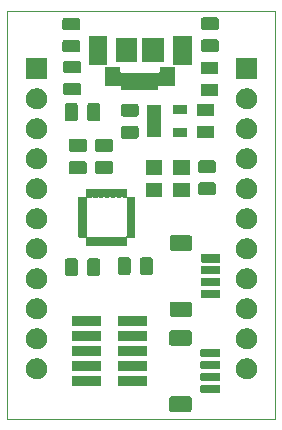
<source format=gbr>
G04 #@! TF.GenerationSoftware,KiCad,Pcbnew,(5.1.5)-3*
G04 #@! TF.CreationDate,2021-07-19T22:44:49-05:00*
G04 #@! TF.ProjectId,STM32QFN28Breakout,53544d33-3251-4464-9e32-38427265616b,rev?*
G04 #@! TF.SameCoordinates,Original*
G04 #@! TF.FileFunction,Soldermask,Top*
G04 #@! TF.FilePolarity,Negative*
%FSLAX46Y46*%
G04 Gerber Fmt 4.6, Leading zero omitted, Abs format (unit mm)*
G04 Created by KiCad (PCBNEW (5.1.5)-3) date 2021-07-19 22:44:49*
%MOMM*%
%LPD*%
G04 APERTURE LIST*
%ADD10C,0.050000*%
%ADD11C,0.010000*%
%ADD12C,0.100000*%
G04 APERTURE END LIST*
D10*
X200693020Y-76370180D02*
X200693020Y-110929420D01*
X223405700Y-76377800D02*
X200693020Y-76370180D01*
X223405700Y-110975140D02*
X223405700Y-76377800D01*
X200693020Y-110929420D02*
X223405700Y-110975140D01*
D11*
G36*
X216233650Y-80850120D02*
G01*
X214778980Y-80850120D01*
X214778980Y-78548870D01*
X216233650Y-78548870D01*
X216233650Y-80850120D01*
G37*
X216233650Y-80850120D02*
X214778980Y-80850120D01*
X214778980Y-78548870D01*
X216233650Y-78548870D01*
X216233650Y-80850120D01*
G36*
X209074130Y-80850120D02*
G01*
X207628980Y-80850120D01*
X207628980Y-78548160D01*
X209074130Y-78548160D01*
X209074130Y-80850120D01*
G37*
X209074130Y-80850120D02*
X207628980Y-80850120D01*
X207628980Y-78548160D01*
X209074130Y-78548160D01*
X209074130Y-80850120D01*
D12*
G36*
X210774407Y-91513406D02*
G01*
X210474433Y-91513406D01*
X210474433Y-92113354D01*
X210774407Y-92113354D01*
X210774407Y-91513406D01*
G37*
X210774407Y-91513406D02*
X210474433Y-91513406D01*
X210474433Y-92113354D01*
X210774407Y-92113354D01*
X210774407Y-91513406D01*
G36*
X210274027Y-91513406D02*
G01*
X209974053Y-91513406D01*
X209974053Y-92113354D01*
X210274027Y-92113354D01*
X210274027Y-91513406D01*
G37*
X210274027Y-91513406D02*
X209974053Y-91513406D01*
X209974053Y-92113354D01*
X210274027Y-92113354D01*
X210274027Y-91513406D01*
G36*
X209773647Y-91513406D02*
G01*
X209473673Y-91513406D01*
X209473673Y-92113354D01*
X209773647Y-92113354D01*
X209773647Y-91513406D01*
G37*
X209773647Y-91513406D02*
X209473673Y-91513406D01*
X209473673Y-92113354D01*
X209773647Y-92113354D01*
X209773647Y-91513406D01*
G36*
X209273267Y-91513406D02*
G01*
X208973293Y-91513406D01*
X208973293Y-92113354D01*
X209273267Y-92113354D01*
X209273267Y-91513406D01*
G37*
X209273267Y-91513406D02*
X208973293Y-91513406D01*
X208973293Y-92113354D01*
X209273267Y-92113354D01*
X209273267Y-91513406D01*
G36*
X208772887Y-91513406D02*
G01*
X208472913Y-91513406D01*
X208472913Y-92113354D01*
X208772887Y-92113354D01*
X208772887Y-91513406D01*
G37*
X208772887Y-91513406D02*
X208472913Y-91513406D01*
X208472913Y-92113354D01*
X208772887Y-92113354D01*
X208772887Y-91513406D01*
G36*
X208272507Y-91513406D02*
G01*
X207972533Y-91513406D01*
X207972533Y-92113354D01*
X208272507Y-92113354D01*
X208272507Y-91513406D01*
G37*
X208272507Y-91513406D02*
X207972533Y-91513406D01*
X207972533Y-92113354D01*
X208272507Y-92113354D01*
X208272507Y-91513406D01*
G36*
X207772127Y-91513406D02*
G01*
X207472153Y-91513406D01*
X207472153Y-92113354D01*
X207772127Y-92113354D01*
X207772127Y-91513406D01*
G37*
X207772127Y-91513406D02*
X207472153Y-91513406D01*
X207472153Y-92113354D01*
X207772127Y-92113354D01*
X207772127Y-91513406D01*
G36*
X207378554Y-92206953D02*
G01*
X206778606Y-92206953D01*
X206778606Y-92506927D01*
X207378554Y-92506927D01*
X207378554Y-92206953D01*
G37*
X207378554Y-92206953D02*
X206778606Y-92206953D01*
X206778606Y-92506927D01*
X207378554Y-92506927D01*
X207378554Y-92206953D01*
G36*
X207378554Y-92707333D02*
G01*
X206778606Y-92707333D01*
X206778606Y-93007307D01*
X207378554Y-93007307D01*
X207378554Y-92707333D01*
G37*
X207378554Y-92707333D02*
X206778606Y-92707333D01*
X206778606Y-93007307D01*
X207378554Y-93007307D01*
X207378554Y-92707333D01*
G36*
X207378554Y-93207713D02*
G01*
X206778606Y-93207713D01*
X206778606Y-93507687D01*
X207378554Y-93507687D01*
X207378554Y-93207713D01*
G37*
X207378554Y-93207713D02*
X206778606Y-93207713D01*
X206778606Y-93507687D01*
X207378554Y-93507687D01*
X207378554Y-93207713D01*
G36*
X207378554Y-93708093D02*
G01*
X206778606Y-93708093D01*
X206778606Y-94008067D01*
X207378554Y-94008067D01*
X207378554Y-93708093D01*
G37*
X207378554Y-93708093D02*
X206778606Y-93708093D01*
X206778606Y-94008067D01*
X207378554Y-94008067D01*
X207378554Y-93708093D01*
G36*
X207378554Y-94208473D02*
G01*
X206778606Y-94208473D01*
X206778606Y-94508447D01*
X207378554Y-94508447D01*
X207378554Y-94208473D01*
G37*
X207378554Y-94208473D02*
X206778606Y-94208473D01*
X206778606Y-94508447D01*
X207378554Y-94508447D01*
X207378554Y-94208473D01*
G36*
X207378554Y-94708853D02*
G01*
X206778606Y-94708853D01*
X206778606Y-95008827D01*
X207378554Y-95008827D01*
X207378554Y-94708853D01*
G37*
X207378554Y-94708853D02*
X206778606Y-94708853D01*
X206778606Y-95008827D01*
X207378554Y-95008827D01*
X207378554Y-94708853D01*
G36*
X207378554Y-95209233D02*
G01*
X206778606Y-95209233D01*
X206778606Y-95509207D01*
X207378554Y-95509207D01*
X207378554Y-95209233D01*
G37*
X207378554Y-95209233D02*
X206778606Y-95209233D01*
X206778606Y-95509207D01*
X207378554Y-95509207D01*
X207378554Y-95209233D01*
G36*
X207772127Y-95602806D02*
G01*
X207472153Y-95602806D01*
X207472153Y-96202754D01*
X207772127Y-96202754D01*
X207772127Y-95602806D01*
G37*
X207772127Y-95602806D02*
X207472153Y-95602806D01*
X207472153Y-96202754D01*
X207772127Y-96202754D01*
X207772127Y-95602806D01*
G36*
X208272507Y-95602806D02*
G01*
X207972533Y-95602806D01*
X207972533Y-96202754D01*
X208272507Y-96202754D01*
X208272507Y-95602806D01*
G37*
X208272507Y-95602806D02*
X207972533Y-95602806D01*
X207972533Y-96202754D01*
X208272507Y-96202754D01*
X208272507Y-95602806D01*
G36*
X208772887Y-95602806D02*
G01*
X208472913Y-95602806D01*
X208472913Y-96202754D01*
X208772887Y-96202754D01*
X208772887Y-95602806D01*
G37*
X208772887Y-95602806D02*
X208472913Y-95602806D01*
X208472913Y-96202754D01*
X208772887Y-96202754D01*
X208772887Y-95602806D01*
G36*
X209273267Y-95602806D02*
G01*
X208973293Y-95602806D01*
X208973293Y-96202754D01*
X209273267Y-96202754D01*
X209273267Y-95602806D01*
G37*
X209273267Y-95602806D02*
X208973293Y-95602806D01*
X208973293Y-96202754D01*
X209273267Y-96202754D01*
X209273267Y-95602806D01*
G36*
X209773647Y-95602806D02*
G01*
X209473673Y-95602806D01*
X209473673Y-96202754D01*
X209773647Y-96202754D01*
X209773647Y-95602806D01*
G37*
X209773647Y-95602806D02*
X209473673Y-95602806D01*
X209473673Y-96202754D01*
X209773647Y-96202754D01*
X209773647Y-95602806D01*
G36*
X210274027Y-95602806D02*
G01*
X209974053Y-95602806D01*
X209974053Y-96202754D01*
X210274027Y-96202754D01*
X210274027Y-95602806D01*
G37*
X210274027Y-95602806D02*
X209974053Y-95602806D01*
X209974053Y-96202754D01*
X210274027Y-96202754D01*
X210274027Y-95602806D01*
G36*
X210774407Y-95602806D02*
G01*
X210474433Y-95602806D01*
X210474433Y-96202754D01*
X210774407Y-96202754D01*
X210774407Y-95602806D01*
G37*
X210774407Y-95602806D02*
X210474433Y-95602806D01*
X210474433Y-96202754D01*
X210774407Y-96202754D01*
X210774407Y-95602806D01*
G36*
X211467954Y-95209233D02*
G01*
X210868006Y-95209233D01*
X210868006Y-95509207D01*
X211467954Y-95509207D01*
X211467954Y-95209233D01*
G37*
X211467954Y-95209233D02*
X210868006Y-95209233D01*
X210868006Y-95509207D01*
X211467954Y-95509207D01*
X211467954Y-95209233D01*
G36*
X211467954Y-94708853D02*
G01*
X210868006Y-94708853D01*
X210868006Y-95008827D01*
X211467954Y-95008827D01*
X211467954Y-94708853D01*
G37*
X211467954Y-94708853D02*
X210868006Y-94708853D01*
X210868006Y-95008827D01*
X211467954Y-95008827D01*
X211467954Y-94708853D01*
G36*
X211467954Y-94208473D02*
G01*
X210868006Y-94208473D01*
X210868006Y-94508447D01*
X211467954Y-94508447D01*
X211467954Y-94208473D01*
G37*
X211467954Y-94208473D02*
X210868006Y-94208473D01*
X210868006Y-94508447D01*
X211467954Y-94508447D01*
X211467954Y-94208473D01*
G36*
X211467954Y-93708093D02*
G01*
X210868006Y-93708093D01*
X210868006Y-94008067D01*
X211467954Y-94008067D01*
X211467954Y-93708093D01*
G37*
X211467954Y-93708093D02*
X210868006Y-93708093D01*
X210868006Y-94008067D01*
X211467954Y-94008067D01*
X211467954Y-93708093D01*
G36*
X211467954Y-93207713D02*
G01*
X210868006Y-93207713D01*
X210868006Y-93507687D01*
X211467954Y-93507687D01*
X211467954Y-93207713D01*
G37*
X211467954Y-93207713D02*
X210868006Y-93207713D01*
X210868006Y-93507687D01*
X211467954Y-93507687D01*
X211467954Y-93207713D01*
G36*
X211467954Y-92707333D02*
G01*
X210868006Y-92707333D01*
X210868006Y-93007307D01*
X211467954Y-93007307D01*
X211467954Y-92707333D01*
G37*
X211467954Y-92707333D02*
X210868006Y-92707333D01*
X210868006Y-93007307D01*
X211467954Y-93007307D01*
X211467954Y-92707333D01*
G36*
X211467954Y-92206953D02*
G01*
X210868006Y-92206953D01*
X210868006Y-92506927D01*
X211467954Y-92506927D01*
X211467954Y-92206953D01*
G37*
X211467954Y-92206953D02*
X210868006Y-92206953D01*
X210868006Y-92506927D01*
X211467954Y-92506927D01*
X211467954Y-92206953D01*
G36*
X216164341Y-109021364D02*
G01*
X216201438Y-109032617D01*
X216235619Y-109050887D01*
X216265583Y-109075477D01*
X216290173Y-109105441D01*
X216308443Y-109139622D01*
X216319696Y-109176719D01*
X216324100Y-109221433D01*
X216324100Y-110114487D01*
X216319696Y-110159201D01*
X216308443Y-110196298D01*
X216290173Y-110230479D01*
X216265583Y-110260443D01*
X216235619Y-110285033D01*
X216201438Y-110303303D01*
X216164341Y-110314556D01*
X216119627Y-110318960D01*
X214626573Y-110318960D01*
X214581859Y-110314556D01*
X214544762Y-110303303D01*
X214510581Y-110285033D01*
X214480617Y-110260443D01*
X214456027Y-110230479D01*
X214437757Y-110196298D01*
X214426504Y-110159201D01*
X214422100Y-110114487D01*
X214422100Y-109221433D01*
X214426504Y-109176719D01*
X214437757Y-109139622D01*
X214456027Y-109105441D01*
X214480617Y-109075477D01*
X214510581Y-109050887D01*
X214544762Y-109032617D01*
X214581859Y-109021364D01*
X214626573Y-109016960D01*
X216119627Y-109016960D01*
X216164341Y-109021364D01*
G37*
G36*
X218633028Y-108019724D02*
G01*
X218654109Y-108026120D01*
X218673545Y-108036508D01*
X218690576Y-108050484D01*
X218704552Y-108067515D01*
X218714940Y-108086951D01*
X218721336Y-108108032D01*
X218724100Y-108136100D01*
X218724100Y-108599820D01*
X218721336Y-108627888D01*
X218714940Y-108648969D01*
X218704552Y-108668405D01*
X218690576Y-108685436D01*
X218673545Y-108699412D01*
X218654109Y-108709800D01*
X218633028Y-108716196D01*
X218604960Y-108718960D01*
X217191240Y-108718960D01*
X217163172Y-108716196D01*
X217142091Y-108709800D01*
X217122655Y-108699412D01*
X217105624Y-108685436D01*
X217091648Y-108668405D01*
X217081260Y-108648969D01*
X217074864Y-108627888D01*
X217072100Y-108599820D01*
X217072100Y-108136100D01*
X217074864Y-108108032D01*
X217081260Y-108086951D01*
X217091648Y-108067515D01*
X217105624Y-108050484D01*
X217122655Y-108036508D01*
X217142091Y-108026120D01*
X217163172Y-108019724D01*
X217191240Y-108016960D01*
X218604960Y-108016960D01*
X218633028Y-108019724D01*
G37*
G36*
X208663040Y-108127160D02*
G01*
X206161040Y-108127160D01*
X206161040Y-107285160D01*
X208663040Y-107285160D01*
X208663040Y-108127160D01*
G37*
G36*
X212563040Y-108127160D02*
G01*
X210061040Y-108127160D01*
X210061040Y-107285160D01*
X212563040Y-107285160D01*
X212563040Y-108127160D01*
G37*
G36*
X218633028Y-107019724D02*
G01*
X218654109Y-107026120D01*
X218673545Y-107036508D01*
X218690576Y-107050484D01*
X218704552Y-107067515D01*
X218714940Y-107086951D01*
X218721336Y-107108032D01*
X218724100Y-107136100D01*
X218724100Y-107599820D01*
X218721336Y-107627888D01*
X218714940Y-107648969D01*
X218704552Y-107668405D01*
X218690576Y-107685436D01*
X218673545Y-107699412D01*
X218654109Y-107709800D01*
X218633028Y-107716196D01*
X218604960Y-107718960D01*
X217191240Y-107718960D01*
X217163172Y-107716196D01*
X217142091Y-107709800D01*
X217122655Y-107699412D01*
X217105624Y-107685436D01*
X217091648Y-107668405D01*
X217081260Y-107648969D01*
X217074864Y-107627888D01*
X217072100Y-107599820D01*
X217072100Y-107136100D01*
X217074864Y-107108032D01*
X217081260Y-107086951D01*
X217091648Y-107067515D01*
X217105624Y-107050484D01*
X217122655Y-107036508D01*
X217142091Y-107026120D01*
X217163172Y-107019724D01*
X217191240Y-107016960D01*
X218604960Y-107016960D01*
X218633028Y-107019724D01*
G37*
G36*
X221093512Y-105783927D02*
G01*
X221242812Y-105813624D01*
X221406784Y-105881544D01*
X221554354Y-105980147D01*
X221679853Y-106105646D01*
X221778456Y-106253216D01*
X221846376Y-106417188D01*
X221881000Y-106591259D01*
X221881000Y-106768741D01*
X221846376Y-106942812D01*
X221778456Y-107106784D01*
X221679853Y-107254354D01*
X221554354Y-107379853D01*
X221406784Y-107478456D01*
X221242812Y-107546376D01*
X221093512Y-107576073D01*
X221068742Y-107581000D01*
X220891258Y-107581000D01*
X220866488Y-107576073D01*
X220717188Y-107546376D01*
X220553216Y-107478456D01*
X220405646Y-107379853D01*
X220280147Y-107254354D01*
X220181544Y-107106784D01*
X220113624Y-106942812D01*
X220079000Y-106768741D01*
X220079000Y-106591259D01*
X220113624Y-106417188D01*
X220181544Y-106253216D01*
X220280147Y-106105646D01*
X220405646Y-105980147D01*
X220553216Y-105881544D01*
X220717188Y-105813624D01*
X220866488Y-105783927D01*
X220891258Y-105779000D01*
X221068742Y-105779000D01*
X221093512Y-105783927D01*
G37*
G36*
X203313512Y-105783927D02*
G01*
X203462812Y-105813624D01*
X203626784Y-105881544D01*
X203774354Y-105980147D01*
X203899853Y-106105646D01*
X203998456Y-106253216D01*
X204066376Y-106417188D01*
X204101000Y-106591259D01*
X204101000Y-106768741D01*
X204066376Y-106942812D01*
X203998456Y-107106784D01*
X203899853Y-107254354D01*
X203774354Y-107379853D01*
X203626784Y-107478456D01*
X203462812Y-107546376D01*
X203313512Y-107576073D01*
X203288742Y-107581000D01*
X203111258Y-107581000D01*
X203086488Y-107576073D01*
X202937188Y-107546376D01*
X202773216Y-107478456D01*
X202625646Y-107379853D01*
X202500147Y-107254354D01*
X202401544Y-107106784D01*
X202333624Y-106942812D01*
X202299000Y-106768741D01*
X202299000Y-106591259D01*
X202333624Y-106417188D01*
X202401544Y-106253216D01*
X202500147Y-106105646D01*
X202625646Y-105980147D01*
X202773216Y-105881544D01*
X202937188Y-105813624D01*
X203086488Y-105783927D01*
X203111258Y-105779000D01*
X203288742Y-105779000D01*
X203313512Y-105783927D01*
G37*
G36*
X208663040Y-106857160D02*
G01*
X206161040Y-106857160D01*
X206161040Y-106015160D01*
X208663040Y-106015160D01*
X208663040Y-106857160D01*
G37*
G36*
X212563040Y-106857160D02*
G01*
X210061040Y-106857160D01*
X210061040Y-106015160D01*
X212563040Y-106015160D01*
X212563040Y-106857160D01*
G37*
G36*
X218633028Y-106019724D02*
G01*
X218654109Y-106026120D01*
X218673545Y-106036508D01*
X218690576Y-106050484D01*
X218704552Y-106067515D01*
X218714940Y-106086951D01*
X218721336Y-106108032D01*
X218724100Y-106136100D01*
X218724100Y-106599820D01*
X218721336Y-106627888D01*
X218714940Y-106648969D01*
X218704552Y-106668405D01*
X218690576Y-106685436D01*
X218673545Y-106699412D01*
X218654109Y-106709800D01*
X218633028Y-106716196D01*
X218604960Y-106718960D01*
X217191240Y-106718960D01*
X217163172Y-106716196D01*
X217142091Y-106709800D01*
X217122655Y-106699412D01*
X217105624Y-106685436D01*
X217091648Y-106668405D01*
X217081260Y-106648969D01*
X217074864Y-106627888D01*
X217072100Y-106599820D01*
X217072100Y-106136100D01*
X217074864Y-106108032D01*
X217081260Y-106086951D01*
X217091648Y-106067515D01*
X217105624Y-106050484D01*
X217122655Y-106036508D01*
X217142091Y-106026120D01*
X217163172Y-106019724D01*
X217191240Y-106016960D01*
X218604960Y-106016960D01*
X218633028Y-106019724D01*
G37*
G36*
X218633028Y-105019724D02*
G01*
X218654109Y-105026120D01*
X218673545Y-105036508D01*
X218690576Y-105050484D01*
X218704552Y-105067515D01*
X218714940Y-105086951D01*
X218721336Y-105108032D01*
X218724100Y-105136100D01*
X218724100Y-105599820D01*
X218721336Y-105627888D01*
X218714940Y-105648969D01*
X218704552Y-105668405D01*
X218690576Y-105685436D01*
X218673545Y-105699412D01*
X218654109Y-105709800D01*
X218633028Y-105716196D01*
X218604960Y-105718960D01*
X217191240Y-105718960D01*
X217163172Y-105716196D01*
X217142091Y-105709800D01*
X217122655Y-105699412D01*
X217105624Y-105685436D01*
X217091648Y-105668405D01*
X217081260Y-105648969D01*
X217074864Y-105627888D01*
X217072100Y-105599820D01*
X217072100Y-105136100D01*
X217074864Y-105108032D01*
X217081260Y-105086951D01*
X217091648Y-105067515D01*
X217105624Y-105050484D01*
X217122655Y-105036508D01*
X217142091Y-105026120D01*
X217163172Y-105019724D01*
X217191240Y-105016960D01*
X218604960Y-105016960D01*
X218633028Y-105019724D01*
G37*
G36*
X212563040Y-105587160D02*
G01*
X210061040Y-105587160D01*
X210061040Y-104745160D01*
X212563040Y-104745160D01*
X212563040Y-105587160D01*
G37*
G36*
X208663040Y-105587160D02*
G01*
X206161040Y-105587160D01*
X206161040Y-104745160D01*
X208663040Y-104745160D01*
X208663040Y-105587160D01*
G37*
G36*
X221093512Y-103243927D02*
G01*
X221242812Y-103273624D01*
X221406784Y-103341544D01*
X221554354Y-103440147D01*
X221679853Y-103565646D01*
X221778456Y-103713216D01*
X221846376Y-103877188D01*
X221881000Y-104051259D01*
X221881000Y-104228741D01*
X221846376Y-104402812D01*
X221778456Y-104566784D01*
X221679853Y-104714354D01*
X221554354Y-104839853D01*
X221406784Y-104938456D01*
X221242812Y-105006376D01*
X221093512Y-105036073D01*
X221068742Y-105041000D01*
X220891258Y-105041000D01*
X220866488Y-105036073D01*
X220717188Y-105006376D01*
X220553216Y-104938456D01*
X220405646Y-104839853D01*
X220280147Y-104714354D01*
X220181544Y-104566784D01*
X220113624Y-104402812D01*
X220079000Y-104228741D01*
X220079000Y-104051259D01*
X220113624Y-103877188D01*
X220181544Y-103713216D01*
X220280147Y-103565646D01*
X220405646Y-103440147D01*
X220553216Y-103341544D01*
X220717188Y-103273624D01*
X220866488Y-103243927D01*
X220891258Y-103239000D01*
X221068742Y-103239000D01*
X221093512Y-103243927D01*
G37*
G36*
X203313512Y-103243927D02*
G01*
X203462812Y-103273624D01*
X203626784Y-103341544D01*
X203774354Y-103440147D01*
X203899853Y-103565646D01*
X203998456Y-103713216D01*
X204066376Y-103877188D01*
X204101000Y-104051259D01*
X204101000Y-104228741D01*
X204066376Y-104402812D01*
X203998456Y-104566784D01*
X203899853Y-104714354D01*
X203774354Y-104839853D01*
X203626784Y-104938456D01*
X203462812Y-105006376D01*
X203313512Y-105036073D01*
X203288742Y-105041000D01*
X203111258Y-105041000D01*
X203086488Y-105036073D01*
X202937188Y-105006376D01*
X202773216Y-104938456D01*
X202625646Y-104839853D01*
X202500147Y-104714354D01*
X202401544Y-104566784D01*
X202333624Y-104402812D01*
X202299000Y-104228741D01*
X202299000Y-104051259D01*
X202333624Y-103877188D01*
X202401544Y-103713216D01*
X202500147Y-103565646D01*
X202625646Y-103440147D01*
X202773216Y-103341544D01*
X202937188Y-103273624D01*
X203086488Y-103243927D01*
X203111258Y-103239000D01*
X203288742Y-103239000D01*
X203313512Y-103243927D01*
G37*
G36*
X216164341Y-103421364D02*
G01*
X216201438Y-103432617D01*
X216235619Y-103450887D01*
X216265583Y-103475477D01*
X216290173Y-103505441D01*
X216308443Y-103539622D01*
X216319696Y-103576719D01*
X216324100Y-103621433D01*
X216324100Y-104514487D01*
X216319696Y-104559201D01*
X216308443Y-104596298D01*
X216290173Y-104630479D01*
X216265583Y-104660443D01*
X216235619Y-104685033D01*
X216201438Y-104703303D01*
X216164341Y-104714556D01*
X216119627Y-104718960D01*
X214626573Y-104718960D01*
X214581859Y-104714556D01*
X214544762Y-104703303D01*
X214510581Y-104685033D01*
X214480617Y-104660443D01*
X214456027Y-104630479D01*
X214437757Y-104596298D01*
X214426504Y-104559201D01*
X214422100Y-104514487D01*
X214422100Y-103621433D01*
X214426504Y-103576719D01*
X214437757Y-103539622D01*
X214456027Y-103505441D01*
X214480617Y-103475477D01*
X214510581Y-103450887D01*
X214544762Y-103432617D01*
X214581859Y-103421364D01*
X214626573Y-103416960D01*
X216119627Y-103416960D01*
X216164341Y-103421364D01*
G37*
G36*
X208663040Y-104317160D02*
G01*
X206161040Y-104317160D01*
X206161040Y-103475160D01*
X208663040Y-103475160D01*
X208663040Y-104317160D01*
G37*
G36*
X212563040Y-104317160D02*
G01*
X210061040Y-104317160D01*
X210061040Y-103475160D01*
X212563040Y-103475160D01*
X212563040Y-104317160D01*
G37*
G36*
X212563040Y-103047160D02*
G01*
X210061040Y-103047160D01*
X210061040Y-102205160D01*
X212563040Y-102205160D01*
X212563040Y-103047160D01*
G37*
G36*
X208663040Y-103047160D02*
G01*
X206161040Y-103047160D01*
X206161040Y-102205160D01*
X208663040Y-102205160D01*
X208663040Y-103047160D01*
G37*
G36*
X203313512Y-100703927D02*
G01*
X203462812Y-100733624D01*
X203626784Y-100801544D01*
X203774354Y-100900147D01*
X203899853Y-101025646D01*
X203998456Y-101173216D01*
X204066376Y-101337188D01*
X204101000Y-101511259D01*
X204101000Y-101688741D01*
X204066376Y-101862812D01*
X203998456Y-102026784D01*
X203899853Y-102174354D01*
X203774354Y-102299853D01*
X203626784Y-102398456D01*
X203462812Y-102466376D01*
X203313512Y-102496073D01*
X203288742Y-102501000D01*
X203111258Y-102501000D01*
X203086488Y-102496073D01*
X202937188Y-102466376D01*
X202773216Y-102398456D01*
X202625646Y-102299853D01*
X202500147Y-102174354D01*
X202401544Y-102026784D01*
X202333624Y-101862812D01*
X202299000Y-101688741D01*
X202299000Y-101511259D01*
X202333624Y-101337188D01*
X202401544Y-101173216D01*
X202500147Y-101025646D01*
X202625646Y-100900147D01*
X202773216Y-100801544D01*
X202937188Y-100733624D01*
X203086488Y-100703927D01*
X203111258Y-100699000D01*
X203288742Y-100699000D01*
X203313512Y-100703927D01*
G37*
G36*
X221093512Y-100703927D02*
G01*
X221242812Y-100733624D01*
X221406784Y-100801544D01*
X221554354Y-100900147D01*
X221679853Y-101025646D01*
X221778456Y-101173216D01*
X221846376Y-101337188D01*
X221881000Y-101511259D01*
X221881000Y-101688741D01*
X221846376Y-101862812D01*
X221778456Y-102026784D01*
X221679853Y-102174354D01*
X221554354Y-102299853D01*
X221406784Y-102398456D01*
X221242812Y-102466376D01*
X221093512Y-102496073D01*
X221068742Y-102501000D01*
X220891258Y-102501000D01*
X220866488Y-102496073D01*
X220717188Y-102466376D01*
X220553216Y-102398456D01*
X220405646Y-102299853D01*
X220280147Y-102174354D01*
X220181544Y-102026784D01*
X220113624Y-101862812D01*
X220079000Y-101688741D01*
X220079000Y-101511259D01*
X220113624Y-101337188D01*
X220181544Y-101173216D01*
X220280147Y-101025646D01*
X220405646Y-100900147D01*
X220553216Y-100801544D01*
X220717188Y-100733624D01*
X220866488Y-100703927D01*
X220891258Y-100699000D01*
X221068742Y-100699000D01*
X221093512Y-100703927D01*
G37*
G36*
X216197361Y-100992424D02*
G01*
X216234458Y-101003677D01*
X216268639Y-101021947D01*
X216298603Y-101046537D01*
X216323193Y-101076501D01*
X216341463Y-101110682D01*
X216352716Y-101147779D01*
X216357120Y-101192493D01*
X216357120Y-102085547D01*
X216352716Y-102130261D01*
X216341463Y-102167358D01*
X216323193Y-102201539D01*
X216298603Y-102231503D01*
X216268639Y-102256093D01*
X216234458Y-102274363D01*
X216197361Y-102285616D01*
X216152647Y-102290020D01*
X214659593Y-102290020D01*
X214614879Y-102285616D01*
X214577782Y-102274363D01*
X214543601Y-102256093D01*
X214513637Y-102231503D01*
X214489047Y-102201539D01*
X214470777Y-102167358D01*
X214459524Y-102130261D01*
X214455120Y-102085547D01*
X214455120Y-101192493D01*
X214459524Y-101147779D01*
X214470777Y-101110682D01*
X214489047Y-101076501D01*
X214513637Y-101046537D01*
X214543601Y-101021947D01*
X214577782Y-101003677D01*
X214614879Y-100992424D01*
X214659593Y-100988020D01*
X216152647Y-100988020D01*
X216197361Y-100992424D01*
G37*
G36*
X218666048Y-99990784D02*
G01*
X218687129Y-99997180D01*
X218706565Y-100007568D01*
X218723596Y-100021544D01*
X218737572Y-100038575D01*
X218747960Y-100058011D01*
X218754356Y-100079092D01*
X218757120Y-100107160D01*
X218757120Y-100570880D01*
X218754356Y-100598948D01*
X218747960Y-100620029D01*
X218737572Y-100639465D01*
X218723596Y-100656496D01*
X218706565Y-100670472D01*
X218687129Y-100680860D01*
X218666048Y-100687256D01*
X218637980Y-100690020D01*
X217224260Y-100690020D01*
X217196192Y-100687256D01*
X217175111Y-100680860D01*
X217155675Y-100670472D01*
X217138644Y-100656496D01*
X217124668Y-100639465D01*
X217114280Y-100620029D01*
X217107884Y-100598948D01*
X217105120Y-100570880D01*
X217105120Y-100107160D01*
X217107884Y-100079092D01*
X217114280Y-100058011D01*
X217124668Y-100038575D01*
X217138644Y-100021544D01*
X217155675Y-100007568D01*
X217175111Y-99997180D01*
X217196192Y-99990784D01*
X217224260Y-99988020D01*
X218637980Y-99988020D01*
X218666048Y-99990784D01*
G37*
G36*
X203311465Y-98163520D02*
G01*
X203462812Y-98193624D01*
X203626784Y-98261544D01*
X203774354Y-98360147D01*
X203899853Y-98485646D01*
X203998456Y-98633216D01*
X204066376Y-98797188D01*
X204101000Y-98971259D01*
X204101000Y-99148741D01*
X204066376Y-99322812D01*
X203998456Y-99486784D01*
X203899853Y-99634354D01*
X203774354Y-99759853D01*
X203626784Y-99858456D01*
X203462812Y-99926376D01*
X203313512Y-99956073D01*
X203288742Y-99961000D01*
X203111258Y-99961000D01*
X203086488Y-99956073D01*
X202937188Y-99926376D01*
X202773216Y-99858456D01*
X202625646Y-99759853D01*
X202500147Y-99634354D01*
X202401544Y-99486784D01*
X202333624Y-99322812D01*
X202299000Y-99148741D01*
X202299000Y-98971259D01*
X202333624Y-98797188D01*
X202401544Y-98633216D01*
X202500147Y-98485646D01*
X202625646Y-98360147D01*
X202773216Y-98261544D01*
X202937188Y-98193624D01*
X203088535Y-98163520D01*
X203111258Y-98159000D01*
X203288742Y-98159000D01*
X203311465Y-98163520D01*
G37*
G36*
X221091465Y-98163520D02*
G01*
X221242812Y-98193624D01*
X221406784Y-98261544D01*
X221554354Y-98360147D01*
X221679853Y-98485646D01*
X221778456Y-98633216D01*
X221846376Y-98797188D01*
X221881000Y-98971259D01*
X221881000Y-99148741D01*
X221846376Y-99322812D01*
X221778456Y-99486784D01*
X221679853Y-99634354D01*
X221554354Y-99759853D01*
X221406784Y-99858456D01*
X221242812Y-99926376D01*
X221093512Y-99956073D01*
X221068742Y-99961000D01*
X220891258Y-99961000D01*
X220866488Y-99956073D01*
X220717188Y-99926376D01*
X220553216Y-99858456D01*
X220405646Y-99759853D01*
X220280147Y-99634354D01*
X220181544Y-99486784D01*
X220113624Y-99322812D01*
X220079000Y-99148741D01*
X220079000Y-98971259D01*
X220113624Y-98797188D01*
X220181544Y-98633216D01*
X220280147Y-98485646D01*
X220405646Y-98360147D01*
X220553216Y-98261544D01*
X220717188Y-98193624D01*
X220868535Y-98163520D01*
X220891258Y-98159000D01*
X221068742Y-98159000D01*
X221091465Y-98163520D01*
G37*
G36*
X218666048Y-98990784D02*
G01*
X218687129Y-98997180D01*
X218706565Y-99007568D01*
X218723596Y-99021544D01*
X218737572Y-99038575D01*
X218747960Y-99058011D01*
X218754356Y-99079092D01*
X218757120Y-99107160D01*
X218757120Y-99570880D01*
X218754356Y-99598948D01*
X218747960Y-99620029D01*
X218737572Y-99639465D01*
X218723596Y-99656496D01*
X218706565Y-99670472D01*
X218687129Y-99680860D01*
X218666048Y-99687256D01*
X218637980Y-99690020D01*
X217224260Y-99690020D01*
X217196192Y-99687256D01*
X217175111Y-99680860D01*
X217155675Y-99670472D01*
X217138644Y-99656496D01*
X217124668Y-99639465D01*
X217114280Y-99620029D01*
X217107884Y-99598948D01*
X217105120Y-99570880D01*
X217105120Y-99107160D01*
X217107884Y-99079092D01*
X217114280Y-99058011D01*
X217124668Y-99038575D01*
X217138644Y-99021544D01*
X217155675Y-99007568D01*
X217175111Y-98997180D01*
X217196192Y-98990784D01*
X217224260Y-98988020D01*
X218637980Y-98988020D01*
X218666048Y-98990784D01*
G37*
G36*
X206518128Y-97328045D02*
G01*
X206556798Y-97339776D01*
X206592437Y-97358826D01*
X206623677Y-97384463D01*
X206649314Y-97415703D01*
X206668364Y-97451342D01*
X206680095Y-97490012D01*
X206684660Y-97536368D01*
X206684660Y-98612592D01*
X206680095Y-98658948D01*
X206668364Y-98697618D01*
X206649314Y-98733257D01*
X206623677Y-98764497D01*
X206592437Y-98790134D01*
X206556798Y-98809184D01*
X206518128Y-98820915D01*
X206471772Y-98825480D01*
X205820548Y-98825480D01*
X205774192Y-98820915D01*
X205735522Y-98809184D01*
X205699883Y-98790134D01*
X205668643Y-98764497D01*
X205643006Y-98733257D01*
X205623956Y-98697618D01*
X205612225Y-98658948D01*
X205607660Y-98612592D01*
X205607660Y-97536368D01*
X205612225Y-97490012D01*
X205623956Y-97451342D01*
X205643006Y-97415703D01*
X205668643Y-97384463D01*
X205699883Y-97358826D01*
X205735522Y-97339776D01*
X205774192Y-97328045D01*
X205820548Y-97323480D01*
X206471772Y-97323480D01*
X206518128Y-97328045D01*
G37*
G36*
X208393128Y-97328045D02*
G01*
X208431798Y-97339776D01*
X208467437Y-97358826D01*
X208498677Y-97384463D01*
X208524314Y-97415703D01*
X208543364Y-97451342D01*
X208555095Y-97490012D01*
X208559660Y-97536368D01*
X208559660Y-98612592D01*
X208555095Y-98658948D01*
X208543364Y-98697618D01*
X208524314Y-98733257D01*
X208498677Y-98764497D01*
X208467437Y-98790134D01*
X208431798Y-98809184D01*
X208393128Y-98820915D01*
X208346772Y-98825480D01*
X207695548Y-98825480D01*
X207649192Y-98820915D01*
X207610522Y-98809184D01*
X207574883Y-98790134D01*
X207543643Y-98764497D01*
X207518006Y-98733257D01*
X207498956Y-98697618D01*
X207487225Y-98658948D01*
X207482660Y-98612592D01*
X207482660Y-97536368D01*
X207487225Y-97490012D01*
X207498956Y-97451342D01*
X207518006Y-97415703D01*
X207543643Y-97384463D01*
X207574883Y-97358826D01*
X207610522Y-97339776D01*
X207649192Y-97328045D01*
X207695548Y-97323480D01*
X208346772Y-97323480D01*
X208393128Y-97328045D01*
G37*
G36*
X212863528Y-97236605D02*
G01*
X212902198Y-97248336D01*
X212937837Y-97267386D01*
X212969077Y-97293023D01*
X212994714Y-97324263D01*
X213013764Y-97359902D01*
X213025495Y-97398572D01*
X213030060Y-97444928D01*
X213030060Y-98521152D01*
X213025495Y-98567508D01*
X213013764Y-98606178D01*
X212994714Y-98641817D01*
X212969077Y-98673057D01*
X212937837Y-98698694D01*
X212902198Y-98717744D01*
X212863528Y-98729475D01*
X212817172Y-98734040D01*
X212165948Y-98734040D01*
X212119592Y-98729475D01*
X212080922Y-98717744D01*
X212045283Y-98698694D01*
X212014043Y-98673057D01*
X211988406Y-98641817D01*
X211969356Y-98606178D01*
X211957625Y-98567508D01*
X211953060Y-98521152D01*
X211953060Y-97444928D01*
X211957625Y-97398572D01*
X211969356Y-97359902D01*
X211988406Y-97324263D01*
X212014043Y-97293023D01*
X212045283Y-97267386D01*
X212080922Y-97248336D01*
X212119592Y-97236605D01*
X212165948Y-97232040D01*
X212817172Y-97232040D01*
X212863528Y-97236605D01*
G37*
G36*
X210988528Y-97236605D02*
G01*
X211027198Y-97248336D01*
X211062837Y-97267386D01*
X211094077Y-97293023D01*
X211119714Y-97324263D01*
X211138764Y-97359902D01*
X211150495Y-97398572D01*
X211155060Y-97444928D01*
X211155060Y-98521152D01*
X211150495Y-98567508D01*
X211138764Y-98606178D01*
X211119714Y-98641817D01*
X211094077Y-98673057D01*
X211062837Y-98698694D01*
X211027198Y-98717744D01*
X210988528Y-98729475D01*
X210942172Y-98734040D01*
X210290948Y-98734040D01*
X210244592Y-98729475D01*
X210205922Y-98717744D01*
X210170283Y-98698694D01*
X210139043Y-98673057D01*
X210113406Y-98641817D01*
X210094356Y-98606178D01*
X210082625Y-98567508D01*
X210078060Y-98521152D01*
X210078060Y-97444928D01*
X210082625Y-97398572D01*
X210094356Y-97359902D01*
X210113406Y-97324263D01*
X210139043Y-97293023D01*
X210170283Y-97267386D01*
X210205922Y-97248336D01*
X210244592Y-97236605D01*
X210290948Y-97232040D01*
X210942172Y-97232040D01*
X210988528Y-97236605D01*
G37*
G36*
X218666048Y-97990784D02*
G01*
X218687129Y-97997180D01*
X218706565Y-98007568D01*
X218723596Y-98021544D01*
X218737572Y-98038575D01*
X218747960Y-98058011D01*
X218754356Y-98079092D01*
X218757120Y-98107160D01*
X218757120Y-98570880D01*
X218754356Y-98598948D01*
X218747960Y-98620029D01*
X218737572Y-98639465D01*
X218723596Y-98656496D01*
X218706565Y-98670472D01*
X218687129Y-98680860D01*
X218666048Y-98687256D01*
X218637980Y-98690020D01*
X217224260Y-98690020D01*
X217196192Y-98687256D01*
X217175111Y-98680860D01*
X217155675Y-98670472D01*
X217138644Y-98656496D01*
X217124668Y-98639465D01*
X217114280Y-98620029D01*
X217107884Y-98598948D01*
X217105120Y-98570880D01*
X217105120Y-98107160D01*
X217107884Y-98079092D01*
X217114280Y-98058011D01*
X217124668Y-98038575D01*
X217138644Y-98021544D01*
X217155675Y-98007568D01*
X217175111Y-97997180D01*
X217196192Y-97990784D01*
X217224260Y-97988020D01*
X218637980Y-97988020D01*
X218666048Y-97990784D01*
G37*
G36*
X218666048Y-96990784D02*
G01*
X218687129Y-96997180D01*
X218706565Y-97007568D01*
X218723596Y-97021544D01*
X218737572Y-97038575D01*
X218747960Y-97058011D01*
X218754356Y-97079092D01*
X218757120Y-97107160D01*
X218757120Y-97570880D01*
X218754356Y-97598948D01*
X218747960Y-97620029D01*
X218737572Y-97639465D01*
X218723596Y-97656496D01*
X218706565Y-97670472D01*
X218687129Y-97680860D01*
X218666048Y-97687256D01*
X218637980Y-97690020D01*
X217224260Y-97690020D01*
X217196192Y-97687256D01*
X217175111Y-97680860D01*
X217155675Y-97670472D01*
X217138644Y-97656496D01*
X217124668Y-97639465D01*
X217114280Y-97620029D01*
X217107884Y-97598948D01*
X217105120Y-97570880D01*
X217105120Y-97107160D01*
X217107884Y-97079092D01*
X217114280Y-97058011D01*
X217124668Y-97038575D01*
X217138644Y-97021544D01*
X217155675Y-97007568D01*
X217175111Y-96997180D01*
X217196192Y-96990784D01*
X217224260Y-96988020D01*
X218637980Y-96988020D01*
X218666048Y-96990784D01*
G37*
G36*
X221093512Y-95623927D02*
G01*
X221242812Y-95653624D01*
X221406784Y-95721544D01*
X221554354Y-95820147D01*
X221679853Y-95945646D01*
X221778456Y-96093216D01*
X221846376Y-96257188D01*
X221881000Y-96431259D01*
X221881000Y-96608741D01*
X221846376Y-96782812D01*
X221778456Y-96946784D01*
X221679853Y-97094354D01*
X221554354Y-97219853D01*
X221406784Y-97318456D01*
X221242812Y-97386376D01*
X221095371Y-97415703D01*
X221068742Y-97421000D01*
X220891258Y-97421000D01*
X220864629Y-97415703D01*
X220717188Y-97386376D01*
X220553216Y-97318456D01*
X220405646Y-97219853D01*
X220280147Y-97094354D01*
X220181544Y-96946784D01*
X220113624Y-96782812D01*
X220079000Y-96608741D01*
X220079000Y-96431259D01*
X220113624Y-96257188D01*
X220181544Y-96093216D01*
X220280147Y-95945646D01*
X220405646Y-95820147D01*
X220553216Y-95721544D01*
X220717188Y-95653624D01*
X220866488Y-95623927D01*
X220891258Y-95619000D01*
X221068742Y-95619000D01*
X221093512Y-95623927D01*
G37*
G36*
X203313512Y-95623927D02*
G01*
X203462812Y-95653624D01*
X203626784Y-95721544D01*
X203774354Y-95820147D01*
X203899853Y-95945646D01*
X203998456Y-96093216D01*
X204066376Y-96257188D01*
X204101000Y-96431259D01*
X204101000Y-96608741D01*
X204066376Y-96782812D01*
X203998456Y-96946784D01*
X203899853Y-97094354D01*
X203774354Y-97219853D01*
X203626784Y-97318456D01*
X203462812Y-97386376D01*
X203315371Y-97415703D01*
X203288742Y-97421000D01*
X203111258Y-97421000D01*
X203084629Y-97415703D01*
X202937188Y-97386376D01*
X202773216Y-97318456D01*
X202625646Y-97219853D01*
X202500147Y-97094354D01*
X202401544Y-96946784D01*
X202333624Y-96782812D01*
X202299000Y-96608741D01*
X202299000Y-96431259D01*
X202333624Y-96257188D01*
X202401544Y-96093216D01*
X202500147Y-95945646D01*
X202625646Y-95820147D01*
X202773216Y-95721544D01*
X202937188Y-95653624D01*
X203086488Y-95623927D01*
X203111258Y-95619000D01*
X203288742Y-95619000D01*
X203313512Y-95623927D01*
G37*
G36*
X216197361Y-95392424D02*
G01*
X216234458Y-95403677D01*
X216268639Y-95421947D01*
X216298603Y-95446537D01*
X216323193Y-95476501D01*
X216341463Y-95510682D01*
X216352716Y-95547779D01*
X216357120Y-95592493D01*
X216357120Y-96485547D01*
X216352716Y-96530261D01*
X216341463Y-96567358D01*
X216323193Y-96601539D01*
X216298603Y-96631503D01*
X216268639Y-96656093D01*
X216234458Y-96674363D01*
X216197361Y-96685616D01*
X216152647Y-96690020D01*
X214659593Y-96690020D01*
X214614879Y-96685616D01*
X214577782Y-96674363D01*
X214543601Y-96656093D01*
X214513637Y-96631503D01*
X214489047Y-96601539D01*
X214470777Y-96567358D01*
X214459524Y-96530261D01*
X214455120Y-96485547D01*
X214455120Y-95592493D01*
X214459524Y-95547779D01*
X214470777Y-95510682D01*
X214489047Y-95476501D01*
X214513637Y-95446537D01*
X214543601Y-95421947D01*
X214577782Y-95403677D01*
X214614879Y-95392424D01*
X214659593Y-95388020D01*
X216152647Y-95388020D01*
X216197361Y-95392424D01*
G37*
G36*
X210825407Y-92030954D02*
G01*
X210827809Y-92055340D01*
X210834922Y-92078789D01*
X210846473Y-92100400D01*
X210862018Y-92119342D01*
X210880960Y-92134887D01*
X210902571Y-92146438D01*
X210926020Y-92153551D01*
X210950406Y-92155953D01*
X211518954Y-92155953D01*
X211518954Y-95560207D01*
X210950406Y-95560207D01*
X210926020Y-95562609D01*
X210902571Y-95569722D01*
X210880960Y-95581273D01*
X210862018Y-95596818D01*
X210846473Y-95615760D01*
X210834922Y-95637371D01*
X210827809Y-95660820D01*
X210825407Y-95685206D01*
X210825407Y-96253754D01*
X207421153Y-96253754D01*
X207421153Y-95685206D01*
X207418751Y-95660820D01*
X207411638Y-95637371D01*
X207400087Y-95615760D01*
X207384542Y-95596818D01*
X207365600Y-95581273D01*
X207343989Y-95569722D01*
X207320540Y-95562609D01*
X207296154Y-95560207D01*
X206727606Y-95560207D01*
X206727606Y-92289353D01*
X207429554Y-92289353D01*
X207429554Y-95426807D01*
X207431956Y-95451193D01*
X207439069Y-95474642D01*
X207450620Y-95496253D01*
X207466165Y-95515195D01*
X207485107Y-95530740D01*
X207506718Y-95542291D01*
X207530167Y-95549404D01*
X207554553Y-95551806D01*
X210692007Y-95551806D01*
X210716393Y-95549404D01*
X210739842Y-95542291D01*
X210761453Y-95530740D01*
X210780395Y-95515195D01*
X210795940Y-95496253D01*
X210807491Y-95474642D01*
X210814604Y-95451193D01*
X210817006Y-95426807D01*
X210817006Y-92289353D01*
X210814604Y-92264967D01*
X210807491Y-92241518D01*
X210795940Y-92219907D01*
X210780395Y-92200965D01*
X210761453Y-92185420D01*
X210739842Y-92173869D01*
X210716393Y-92166756D01*
X210692007Y-92164354D01*
X207554553Y-92164354D01*
X207530167Y-92166756D01*
X207506718Y-92173869D01*
X207485107Y-92185420D01*
X207466165Y-92200965D01*
X207450620Y-92219907D01*
X207439069Y-92241518D01*
X207431956Y-92264967D01*
X207429554Y-92289353D01*
X206727606Y-92289353D01*
X206727606Y-92155953D01*
X207296154Y-92155953D01*
X207320540Y-92153551D01*
X207343989Y-92146438D01*
X207365600Y-92134887D01*
X207384542Y-92119342D01*
X207400087Y-92100400D01*
X207411638Y-92078789D01*
X207418751Y-92055340D01*
X207421153Y-92030954D01*
X207421153Y-91462406D01*
X210825407Y-91462406D01*
X210825407Y-92030954D01*
G37*
G36*
X203313512Y-93083927D02*
G01*
X203462812Y-93113624D01*
X203626784Y-93181544D01*
X203774354Y-93280147D01*
X203899853Y-93405646D01*
X203998456Y-93553216D01*
X204066376Y-93717188D01*
X204101000Y-93891259D01*
X204101000Y-94068741D01*
X204066376Y-94242812D01*
X203998456Y-94406784D01*
X203899853Y-94554354D01*
X203774354Y-94679853D01*
X203626784Y-94778456D01*
X203462812Y-94846376D01*
X203313512Y-94876073D01*
X203288742Y-94881000D01*
X203111258Y-94881000D01*
X203086488Y-94876073D01*
X202937188Y-94846376D01*
X202773216Y-94778456D01*
X202625646Y-94679853D01*
X202500147Y-94554354D01*
X202401544Y-94406784D01*
X202333624Y-94242812D01*
X202299000Y-94068741D01*
X202299000Y-93891259D01*
X202333624Y-93717188D01*
X202401544Y-93553216D01*
X202500147Y-93405646D01*
X202625646Y-93280147D01*
X202773216Y-93181544D01*
X202937188Y-93113624D01*
X203086488Y-93083927D01*
X203111258Y-93079000D01*
X203288742Y-93079000D01*
X203313512Y-93083927D01*
G37*
G36*
X221093512Y-93083927D02*
G01*
X221242812Y-93113624D01*
X221406784Y-93181544D01*
X221554354Y-93280147D01*
X221679853Y-93405646D01*
X221778456Y-93553216D01*
X221846376Y-93717188D01*
X221881000Y-93891259D01*
X221881000Y-94068741D01*
X221846376Y-94242812D01*
X221778456Y-94406784D01*
X221679853Y-94554354D01*
X221554354Y-94679853D01*
X221406784Y-94778456D01*
X221242812Y-94846376D01*
X221093512Y-94876073D01*
X221068742Y-94881000D01*
X220891258Y-94881000D01*
X220866488Y-94876073D01*
X220717188Y-94846376D01*
X220553216Y-94778456D01*
X220405646Y-94679853D01*
X220280147Y-94554354D01*
X220181544Y-94406784D01*
X220113624Y-94242812D01*
X220079000Y-94068741D01*
X220079000Y-93891259D01*
X220113624Y-93717188D01*
X220181544Y-93553216D01*
X220280147Y-93405646D01*
X220405646Y-93280147D01*
X220553216Y-93181544D01*
X220717188Y-93113624D01*
X220866488Y-93083927D01*
X220891258Y-93079000D01*
X221068742Y-93079000D01*
X221093512Y-93083927D01*
G37*
G36*
X203313512Y-90543927D02*
G01*
X203462812Y-90573624D01*
X203626784Y-90641544D01*
X203774354Y-90740147D01*
X203899853Y-90865646D01*
X203998456Y-91013216D01*
X204066376Y-91177188D01*
X204101000Y-91351259D01*
X204101000Y-91528741D01*
X204066376Y-91702812D01*
X203998456Y-91866784D01*
X203899853Y-92014354D01*
X203774354Y-92139853D01*
X203626784Y-92238456D01*
X203462812Y-92306376D01*
X203313512Y-92336073D01*
X203288742Y-92341000D01*
X203111258Y-92341000D01*
X203086488Y-92336073D01*
X202937188Y-92306376D01*
X202773216Y-92238456D01*
X202625646Y-92139853D01*
X202500147Y-92014354D01*
X202401544Y-91866784D01*
X202333624Y-91702812D01*
X202299000Y-91528741D01*
X202299000Y-91351259D01*
X202333624Y-91177188D01*
X202401544Y-91013216D01*
X202500147Y-90865646D01*
X202625646Y-90740147D01*
X202773216Y-90641544D01*
X202937188Y-90573624D01*
X203086488Y-90543927D01*
X203111258Y-90539000D01*
X203288742Y-90539000D01*
X203313512Y-90543927D01*
G37*
G36*
X221093512Y-90543927D02*
G01*
X221242812Y-90573624D01*
X221406784Y-90641544D01*
X221554354Y-90740147D01*
X221679853Y-90865646D01*
X221778456Y-91013216D01*
X221846376Y-91177188D01*
X221881000Y-91351259D01*
X221881000Y-91528741D01*
X221846376Y-91702812D01*
X221778456Y-91866784D01*
X221679853Y-92014354D01*
X221554354Y-92139853D01*
X221406784Y-92238456D01*
X221242812Y-92306376D01*
X221093512Y-92336073D01*
X221068742Y-92341000D01*
X220891258Y-92341000D01*
X220866488Y-92336073D01*
X220717188Y-92306376D01*
X220553216Y-92238456D01*
X220405646Y-92139853D01*
X220280147Y-92014354D01*
X220181544Y-91866784D01*
X220113624Y-91702812D01*
X220079000Y-91528741D01*
X220079000Y-91351259D01*
X220113624Y-91177188D01*
X220181544Y-91013216D01*
X220280147Y-90865646D01*
X220405646Y-90740147D01*
X220553216Y-90641544D01*
X220717188Y-90573624D01*
X220866488Y-90543927D01*
X220891258Y-90539000D01*
X221068742Y-90539000D01*
X221093512Y-90543927D01*
G37*
G36*
X213845720Y-92135020D02*
G01*
X212443720Y-92135020D01*
X212443720Y-90933020D01*
X213845720Y-90933020D01*
X213845720Y-92135020D01*
G37*
G36*
X216145720Y-92135020D02*
G01*
X214743720Y-92135020D01*
X214743720Y-90933020D01*
X216145720Y-90933020D01*
X216145720Y-92135020D01*
G37*
G36*
X218211668Y-90911385D02*
G01*
X218250338Y-90923116D01*
X218285977Y-90942166D01*
X218317217Y-90967803D01*
X218342854Y-90999043D01*
X218361904Y-91034682D01*
X218373635Y-91073352D01*
X218378200Y-91119708D01*
X218378200Y-91770932D01*
X218373635Y-91817288D01*
X218361904Y-91855958D01*
X218342854Y-91891597D01*
X218317217Y-91922837D01*
X218285977Y-91948474D01*
X218250338Y-91967524D01*
X218211668Y-91979255D01*
X218165312Y-91983820D01*
X217089088Y-91983820D01*
X217042732Y-91979255D01*
X217004062Y-91967524D01*
X216968423Y-91948474D01*
X216937183Y-91922837D01*
X216911546Y-91891597D01*
X216892496Y-91855958D01*
X216880765Y-91817288D01*
X216876200Y-91770932D01*
X216876200Y-91119708D01*
X216880765Y-91073352D01*
X216892496Y-91034682D01*
X216911546Y-90999043D01*
X216937183Y-90967803D01*
X216968423Y-90942166D01*
X217004062Y-90923116D01*
X217042732Y-90911385D01*
X217089088Y-90906820D01*
X218165312Y-90906820D01*
X218211668Y-90911385D01*
G37*
G36*
X213845720Y-90235020D02*
G01*
X212443720Y-90235020D01*
X212443720Y-89033020D01*
X213845720Y-89033020D01*
X213845720Y-90235020D01*
G37*
G36*
X216145720Y-90235020D02*
G01*
X214743720Y-90235020D01*
X214743720Y-89033020D01*
X216145720Y-89033020D01*
X216145720Y-90235020D01*
G37*
G36*
X209501654Y-89113186D02*
G01*
X209541504Y-89125274D01*
X209578219Y-89144899D01*
X209610406Y-89171314D01*
X209636821Y-89203501D01*
X209656446Y-89240216D01*
X209668534Y-89280066D01*
X209673220Y-89327641D01*
X209673220Y-89991359D01*
X209668534Y-90038934D01*
X209656446Y-90078784D01*
X209636821Y-90115499D01*
X209610406Y-90147686D01*
X209578219Y-90174101D01*
X209541504Y-90193726D01*
X209501654Y-90205814D01*
X209454079Y-90210500D01*
X208340361Y-90210500D01*
X208292786Y-90205814D01*
X208252936Y-90193726D01*
X208216221Y-90174101D01*
X208184034Y-90147686D01*
X208157619Y-90115499D01*
X208137994Y-90078784D01*
X208125906Y-90038934D01*
X208121220Y-89991359D01*
X208121220Y-89327641D01*
X208125906Y-89280066D01*
X208137994Y-89240216D01*
X208157619Y-89203501D01*
X208184034Y-89171314D01*
X208216221Y-89144899D01*
X208252936Y-89125274D01*
X208292786Y-89113186D01*
X208340361Y-89108500D01*
X209454079Y-89108500D01*
X209501654Y-89113186D01*
G37*
G36*
X207286774Y-89113186D02*
G01*
X207326624Y-89125274D01*
X207363339Y-89144899D01*
X207395526Y-89171314D01*
X207421941Y-89203501D01*
X207441566Y-89240216D01*
X207453654Y-89280066D01*
X207458340Y-89327641D01*
X207458340Y-89991359D01*
X207453654Y-90038934D01*
X207441566Y-90078784D01*
X207421941Y-90115499D01*
X207395526Y-90147686D01*
X207363339Y-90174101D01*
X207326624Y-90193726D01*
X207286774Y-90205814D01*
X207239199Y-90210500D01*
X206125481Y-90210500D01*
X206077906Y-90205814D01*
X206038056Y-90193726D01*
X206001341Y-90174101D01*
X205969154Y-90147686D01*
X205942739Y-90115499D01*
X205923114Y-90078784D01*
X205911026Y-90038934D01*
X205906340Y-89991359D01*
X205906340Y-89327641D01*
X205911026Y-89280066D01*
X205923114Y-89240216D01*
X205942739Y-89203501D01*
X205969154Y-89171314D01*
X206001341Y-89144899D01*
X206038056Y-89125274D01*
X206077906Y-89113186D01*
X206125481Y-89108500D01*
X207239199Y-89108500D01*
X207286774Y-89113186D01*
G37*
G36*
X218211668Y-89036385D02*
G01*
X218250338Y-89048116D01*
X218285977Y-89067166D01*
X218317217Y-89092803D01*
X218342854Y-89124043D01*
X218361904Y-89159682D01*
X218373635Y-89198352D01*
X218378200Y-89244708D01*
X218378200Y-89895932D01*
X218373635Y-89942288D01*
X218361904Y-89980958D01*
X218342854Y-90016597D01*
X218317217Y-90047837D01*
X218285977Y-90073474D01*
X218250338Y-90092524D01*
X218211668Y-90104255D01*
X218165312Y-90108820D01*
X217089088Y-90108820D01*
X217042732Y-90104255D01*
X217004062Y-90092524D01*
X216968423Y-90073474D01*
X216937183Y-90047837D01*
X216911546Y-90016597D01*
X216892496Y-89980958D01*
X216880765Y-89942288D01*
X216876200Y-89895932D01*
X216876200Y-89244708D01*
X216880765Y-89198352D01*
X216892496Y-89159682D01*
X216911546Y-89124043D01*
X216937183Y-89092803D01*
X216968423Y-89067166D01*
X217004062Y-89048116D01*
X217042732Y-89036385D01*
X217089088Y-89031820D01*
X218165312Y-89031820D01*
X218211668Y-89036385D01*
G37*
G36*
X203313512Y-88003927D02*
G01*
X203462812Y-88033624D01*
X203626784Y-88101544D01*
X203774354Y-88200147D01*
X203899853Y-88325646D01*
X203998456Y-88473216D01*
X204066376Y-88637188D01*
X204101000Y-88811259D01*
X204101000Y-88988741D01*
X204066376Y-89162812D01*
X203998456Y-89326784D01*
X203899853Y-89474354D01*
X203774354Y-89599853D01*
X203626784Y-89698456D01*
X203462812Y-89766376D01*
X203313512Y-89796073D01*
X203288742Y-89801000D01*
X203111258Y-89801000D01*
X203086488Y-89796073D01*
X202937188Y-89766376D01*
X202773216Y-89698456D01*
X202625646Y-89599853D01*
X202500147Y-89474354D01*
X202401544Y-89326784D01*
X202333624Y-89162812D01*
X202299000Y-88988741D01*
X202299000Y-88811259D01*
X202333624Y-88637188D01*
X202401544Y-88473216D01*
X202500147Y-88325646D01*
X202625646Y-88200147D01*
X202773216Y-88101544D01*
X202937188Y-88033624D01*
X203086488Y-88003927D01*
X203111258Y-87999000D01*
X203288742Y-87999000D01*
X203313512Y-88003927D01*
G37*
G36*
X221093512Y-88003927D02*
G01*
X221242812Y-88033624D01*
X221406784Y-88101544D01*
X221554354Y-88200147D01*
X221679853Y-88325646D01*
X221778456Y-88473216D01*
X221846376Y-88637188D01*
X221881000Y-88811259D01*
X221881000Y-88988741D01*
X221846376Y-89162812D01*
X221778456Y-89326784D01*
X221679853Y-89474354D01*
X221554354Y-89599853D01*
X221406784Y-89698456D01*
X221242812Y-89766376D01*
X221093512Y-89796073D01*
X221068742Y-89801000D01*
X220891258Y-89801000D01*
X220866488Y-89796073D01*
X220717188Y-89766376D01*
X220553216Y-89698456D01*
X220405646Y-89599853D01*
X220280147Y-89474354D01*
X220181544Y-89326784D01*
X220113624Y-89162812D01*
X220079000Y-88988741D01*
X220079000Y-88811259D01*
X220113624Y-88637188D01*
X220181544Y-88473216D01*
X220280147Y-88325646D01*
X220405646Y-88200147D01*
X220553216Y-88101544D01*
X220717188Y-88033624D01*
X220866488Y-88003927D01*
X220891258Y-87999000D01*
X221068742Y-87999000D01*
X221093512Y-88003927D01*
G37*
G36*
X209501654Y-87213186D02*
G01*
X209541504Y-87225274D01*
X209578219Y-87244899D01*
X209610406Y-87271314D01*
X209636821Y-87303501D01*
X209656446Y-87340216D01*
X209668534Y-87380066D01*
X209673220Y-87427641D01*
X209673220Y-88091359D01*
X209668534Y-88138934D01*
X209656446Y-88178784D01*
X209636821Y-88215499D01*
X209610406Y-88247686D01*
X209578219Y-88274101D01*
X209541504Y-88293726D01*
X209501654Y-88305814D01*
X209454079Y-88310500D01*
X208340361Y-88310500D01*
X208292786Y-88305814D01*
X208252936Y-88293726D01*
X208216221Y-88274101D01*
X208184034Y-88247686D01*
X208157619Y-88215499D01*
X208137994Y-88178784D01*
X208125906Y-88138934D01*
X208121220Y-88091359D01*
X208121220Y-87427641D01*
X208125906Y-87380066D01*
X208137994Y-87340216D01*
X208157619Y-87303501D01*
X208184034Y-87271314D01*
X208216221Y-87244899D01*
X208252936Y-87225274D01*
X208292786Y-87213186D01*
X208340361Y-87208500D01*
X209454079Y-87208500D01*
X209501654Y-87213186D01*
G37*
G36*
X207286774Y-87213186D02*
G01*
X207326624Y-87225274D01*
X207363339Y-87244899D01*
X207395526Y-87271314D01*
X207421941Y-87303501D01*
X207441566Y-87340216D01*
X207453654Y-87380066D01*
X207458340Y-87427641D01*
X207458340Y-88091359D01*
X207453654Y-88138934D01*
X207441566Y-88178784D01*
X207421941Y-88215499D01*
X207395526Y-88247686D01*
X207363339Y-88274101D01*
X207326624Y-88293726D01*
X207286774Y-88305814D01*
X207239199Y-88310500D01*
X206125481Y-88310500D01*
X206077906Y-88305814D01*
X206038056Y-88293726D01*
X206001341Y-88274101D01*
X205969154Y-88247686D01*
X205942739Y-88215499D01*
X205923114Y-88178784D01*
X205911026Y-88138934D01*
X205906340Y-88091359D01*
X205906340Y-87427641D01*
X205911026Y-87380066D01*
X205923114Y-87340216D01*
X205942739Y-87303501D01*
X205969154Y-87271314D01*
X206001341Y-87244899D01*
X206038056Y-87225274D01*
X206077906Y-87213186D01*
X206125481Y-87208500D01*
X207239199Y-87208500D01*
X207286774Y-87213186D01*
G37*
G36*
X203313512Y-85463927D02*
G01*
X203462812Y-85493624D01*
X203626784Y-85561544D01*
X203774354Y-85660147D01*
X203899853Y-85785646D01*
X203998456Y-85933216D01*
X204066376Y-86097188D01*
X204101000Y-86271259D01*
X204101000Y-86448741D01*
X204066376Y-86622812D01*
X203998456Y-86786784D01*
X203899853Y-86934354D01*
X203774354Y-87059853D01*
X203626784Y-87158456D01*
X203462812Y-87226376D01*
X203313512Y-87256073D01*
X203288742Y-87261000D01*
X203111258Y-87261000D01*
X203086488Y-87256073D01*
X202937188Y-87226376D01*
X202773216Y-87158456D01*
X202625646Y-87059853D01*
X202500147Y-86934354D01*
X202401544Y-86786784D01*
X202333624Y-86622812D01*
X202299000Y-86448741D01*
X202299000Y-86271259D01*
X202333624Y-86097188D01*
X202401544Y-85933216D01*
X202500147Y-85785646D01*
X202625646Y-85660147D01*
X202773216Y-85561544D01*
X202937188Y-85493624D01*
X203086488Y-85463927D01*
X203111258Y-85459000D01*
X203288742Y-85459000D01*
X203313512Y-85463927D01*
G37*
G36*
X221093512Y-85463927D02*
G01*
X221242812Y-85493624D01*
X221406784Y-85561544D01*
X221554354Y-85660147D01*
X221679853Y-85785646D01*
X221778456Y-85933216D01*
X221846376Y-86097188D01*
X221881000Y-86271259D01*
X221881000Y-86448741D01*
X221846376Y-86622812D01*
X221778456Y-86786784D01*
X221679853Y-86934354D01*
X221554354Y-87059853D01*
X221406784Y-87158456D01*
X221242812Y-87226376D01*
X221093512Y-87256073D01*
X221068742Y-87261000D01*
X220891258Y-87261000D01*
X220866488Y-87256073D01*
X220717188Y-87226376D01*
X220553216Y-87158456D01*
X220405646Y-87059853D01*
X220280147Y-86934354D01*
X220181544Y-86786784D01*
X220113624Y-86622812D01*
X220079000Y-86448741D01*
X220079000Y-86271259D01*
X220113624Y-86097188D01*
X220181544Y-85933216D01*
X220280147Y-85785646D01*
X220405646Y-85660147D01*
X220553216Y-85561544D01*
X220717188Y-85493624D01*
X220866488Y-85463927D01*
X220891258Y-85459000D01*
X221068742Y-85459000D01*
X221093512Y-85463927D01*
G37*
G36*
X211668628Y-86128565D02*
G01*
X211707298Y-86140296D01*
X211742937Y-86159346D01*
X211774177Y-86184983D01*
X211799814Y-86216223D01*
X211818864Y-86251862D01*
X211830595Y-86290532D01*
X211835160Y-86336888D01*
X211835160Y-86988112D01*
X211830595Y-87034468D01*
X211818864Y-87073138D01*
X211799814Y-87108777D01*
X211774177Y-87140017D01*
X211742937Y-87165654D01*
X211707298Y-87184704D01*
X211668628Y-87196435D01*
X211622272Y-87201000D01*
X210546048Y-87201000D01*
X210499692Y-87196435D01*
X210461022Y-87184704D01*
X210425383Y-87165654D01*
X210394143Y-87140017D01*
X210368506Y-87108777D01*
X210349456Y-87073138D01*
X210337725Y-87034468D01*
X210333160Y-86988112D01*
X210333160Y-86336888D01*
X210337725Y-86290532D01*
X210349456Y-86251862D01*
X210368506Y-86216223D01*
X210394143Y-86184983D01*
X210425383Y-86159346D01*
X210461022Y-86140296D01*
X210499692Y-86128565D01*
X210546048Y-86124000D01*
X211622272Y-86124000D01*
X211668628Y-86128565D01*
G37*
G36*
X218084668Y-86105705D02*
G01*
X218123338Y-86117436D01*
X218158977Y-86136486D01*
X218190217Y-86162123D01*
X218215854Y-86193363D01*
X218234904Y-86229002D01*
X218246635Y-86267672D01*
X218251200Y-86314028D01*
X218251200Y-86965252D01*
X218246635Y-87011608D01*
X218234904Y-87050278D01*
X218215854Y-87085917D01*
X218190217Y-87117157D01*
X218158977Y-87142794D01*
X218123338Y-87161844D01*
X218084668Y-87173575D01*
X218038312Y-87178140D01*
X216962088Y-87178140D01*
X216915732Y-87173575D01*
X216877062Y-87161844D01*
X216841423Y-87142794D01*
X216810183Y-87117157D01*
X216784546Y-87085917D01*
X216765496Y-87050278D01*
X216753765Y-87011608D01*
X216749200Y-86965252D01*
X216749200Y-86314028D01*
X216753765Y-86267672D01*
X216765496Y-86229002D01*
X216784546Y-86193363D01*
X216810183Y-86162123D01*
X216841423Y-86136486D01*
X216877062Y-86117436D01*
X216915732Y-86105705D01*
X216962088Y-86101140D01*
X218038312Y-86101140D01*
X218084668Y-86105705D01*
G37*
G36*
X213745240Y-87033220D02*
G01*
X212583240Y-87033220D01*
X212583240Y-84381220D01*
X213745240Y-84381220D01*
X213745240Y-87033220D01*
G37*
G36*
X215945240Y-87033220D02*
G01*
X214783240Y-87033220D01*
X214783240Y-86281220D01*
X215945240Y-86281220D01*
X215945240Y-87033220D01*
G37*
G36*
X206513094Y-84184066D02*
G01*
X206552944Y-84196154D01*
X206589659Y-84215779D01*
X206621846Y-84242194D01*
X206648261Y-84274381D01*
X206667886Y-84311096D01*
X206679974Y-84350946D01*
X206684660Y-84398521D01*
X206684660Y-85512239D01*
X206679974Y-85559814D01*
X206667886Y-85599664D01*
X206648261Y-85636379D01*
X206621846Y-85668566D01*
X206589659Y-85694981D01*
X206552944Y-85714606D01*
X206513094Y-85726694D01*
X206465519Y-85731380D01*
X205801801Y-85731380D01*
X205754226Y-85726694D01*
X205714376Y-85714606D01*
X205677661Y-85694981D01*
X205645474Y-85668566D01*
X205619059Y-85636379D01*
X205599434Y-85599664D01*
X205587346Y-85559814D01*
X205582660Y-85512239D01*
X205582660Y-84398521D01*
X205587346Y-84350946D01*
X205599434Y-84311096D01*
X205619059Y-84274381D01*
X205645474Y-84242194D01*
X205677661Y-84215779D01*
X205714376Y-84196154D01*
X205754226Y-84184066D01*
X205801801Y-84179380D01*
X206465519Y-84179380D01*
X206513094Y-84184066D01*
G37*
G36*
X208413094Y-84184066D02*
G01*
X208452944Y-84196154D01*
X208489659Y-84215779D01*
X208521846Y-84242194D01*
X208548261Y-84274381D01*
X208567886Y-84311096D01*
X208579974Y-84350946D01*
X208584660Y-84398521D01*
X208584660Y-85512239D01*
X208579974Y-85559814D01*
X208567886Y-85599664D01*
X208548261Y-85636379D01*
X208521846Y-85668566D01*
X208489659Y-85694981D01*
X208452944Y-85714606D01*
X208413094Y-85726694D01*
X208365519Y-85731380D01*
X207701801Y-85731380D01*
X207654226Y-85726694D01*
X207614376Y-85714606D01*
X207577661Y-85694981D01*
X207545474Y-85668566D01*
X207519059Y-85636379D01*
X207499434Y-85599664D01*
X207487346Y-85559814D01*
X207482660Y-85512239D01*
X207482660Y-84398521D01*
X207487346Y-84350946D01*
X207499434Y-84311096D01*
X207519059Y-84274381D01*
X207545474Y-84242194D01*
X207577661Y-84215779D01*
X207614376Y-84196154D01*
X207654226Y-84184066D01*
X207701801Y-84179380D01*
X208365519Y-84179380D01*
X208413094Y-84184066D01*
G37*
G36*
X211668628Y-84253565D02*
G01*
X211707298Y-84265296D01*
X211742937Y-84284346D01*
X211774177Y-84309983D01*
X211799814Y-84341223D01*
X211818864Y-84376862D01*
X211830595Y-84415532D01*
X211835160Y-84461888D01*
X211835160Y-85113112D01*
X211830595Y-85159468D01*
X211818864Y-85198138D01*
X211799814Y-85233777D01*
X211774177Y-85265017D01*
X211742937Y-85290654D01*
X211707298Y-85309704D01*
X211668628Y-85321435D01*
X211622272Y-85326000D01*
X210546048Y-85326000D01*
X210499692Y-85321435D01*
X210461022Y-85309704D01*
X210425383Y-85290654D01*
X210394143Y-85265017D01*
X210368506Y-85233777D01*
X210349456Y-85198138D01*
X210337725Y-85159468D01*
X210333160Y-85113112D01*
X210333160Y-84461888D01*
X210337725Y-84415532D01*
X210349456Y-84376862D01*
X210368506Y-84341223D01*
X210394143Y-84309983D01*
X210425383Y-84284346D01*
X210461022Y-84265296D01*
X210499692Y-84253565D01*
X210546048Y-84249000D01*
X211622272Y-84249000D01*
X211668628Y-84253565D01*
G37*
G36*
X218084668Y-84230705D02*
G01*
X218123338Y-84242436D01*
X218158977Y-84261486D01*
X218190217Y-84287123D01*
X218215854Y-84318363D01*
X218234904Y-84354002D01*
X218246635Y-84392672D01*
X218251200Y-84439028D01*
X218251200Y-85090252D01*
X218246635Y-85136608D01*
X218234904Y-85175278D01*
X218215854Y-85210917D01*
X218190217Y-85242157D01*
X218158977Y-85267794D01*
X218123338Y-85286844D01*
X218084668Y-85298575D01*
X218038312Y-85303140D01*
X216962088Y-85303140D01*
X216915732Y-85298575D01*
X216877062Y-85286844D01*
X216841423Y-85267794D01*
X216810183Y-85242157D01*
X216784546Y-85210917D01*
X216765496Y-85175278D01*
X216753765Y-85136608D01*
X216749200Y-85090252D01*
X216749200Y-84439028D01*
X216753765Y-84392672D01*
X216765496Y-84354002D01*
X216784546Y-84318363D01*
X216810183Y-84287123D01*
X216841423Y-84261486D01*
X216877062Y-84242436D01*
X216915732Y-84230705D01*
X216962088Y-84226140D01*
X218038312Y-84226140D01*
X218084668Y-84230705D01*
G37*
G36*
X215945240Y-85133220D02*
G01*
X214783240Y-85133220D01*
X214783240Y-84381220D01*
X215945240Y-84381220D01*
X215945240Y-85133220D01*
G37*
G36*
X221093512Y-82923927D02*
G01*
X221242812Y-82953624D01*
X221406784Y-83021544D01*
X221554354Y-83120147D01*
X221679853Y-83245646D01*
X221778456Y-83393216D01*
X221846376Y-83557188D01*
X221881000Y-83731259D01*
X221881000Y-83908741D01*
X221846376Y-84082812D01*
X221778456Y-84246784D01*
X221679853Y-84394354D01*
X221554354Y-84519853D01*
X221406784Y-84618456D01*
X221242812Y-84686376D01*
X221093512Y-84716073D01*
X221068742Y-84721000D01*
X220891258Y-84721000D01*
X220866488Y-84716073D01*
X220717188Y-84686376D01*
X220553216Y-84618456D01*
X220405646Y-84519853D01*
X220280147Y-84394354D01*
X220181544Y-84246784D01*
X220113624Y-84082812D01*
X220079000Y-83908741D01*
X220079000Y-83731259D01*
X220113624Y-83557188D01*
X220181544Y-83393216D01*
X220280147Y-83245646D01*
X220405646Y-83120147D01*
X220553216Y-83021544D01*
X220717188Y-82953624D01*
X220866488Y-82923927D01*
X220891258Y-82919000D01*
X221068742Y-82919000D01*
X221093512Y-82923927D01*
G37*
G36*
X203313512Y-82923927D02*
G01*
X203462812Y-82953624D01*
X203626784Y-83021544D01*
X203774354Y-83120147D01*
X203899853Y-83245646D01*
X203998456Y-83393216D01*
X204066376Y-83557188D01*
X204101000Y-83731259D01*
X204101000Y-83908741D01*
X204066376Y-84082812D01*
X203998456Y-84246784D01*
X203899853Y-84394354D01*
X203774354Y-84519853D01*
X203626784Y-84618456D01*
X203462812Y-84686376D01*
X203313512Y-84716073D01*
X203288742Y-84721000D01*
X203111258Y-84721000D01*
X203086488Y-84716073D01*
X202937188Y-84686376D01*
X202773216Y-84618456D01*
X202625646Y-84519853D01*
X202500147Y-84394354D01*
X202401544Y-84246784D01*
X202333624Y-84082812D01*
X202299000Y-83908741D01*
X202299000Y-83731259D01*
X202333624Y-83557188D01*
X202401544Y-83393216D01*
X202500147Y-83245646D01*
X202625646Y-83120147D01*
X202773216Y-83021544D01*
X202937188Y-82953624D01*
X203086488Y-82923927D01*
X203111258Y-82919000D01*
X203288742Y-82919000D01*
X203313512Y-82923927D01*
G37*
G36*
X218430108Y-82557325D02*
G01*
X218468778Y-82569056D01*
X218504417Y-82588106D01*
X218535657Y-82613743D01*
X218561294Y-82644983D01*
X218580344Y-82680622D01*
X218592075Y-82719292D01*
X218596640Y-82765648D01*
X218596640Y-83416872D01*
X218592075Y-83463228D01*
X218580344Y-83501898D01*
X218561294Y-83537537D01*
X218535657Y-83568777D01*
X218504417Y-83594414D01*
X218468778Y-83613464D01*
X218430108Y-83625195D01*
X218383752Y-83629760D01*
X217307528Y-83629760D01*
X217261172Y-83625195D01*
X217222502Y-83613464D01*
X217186863Y-83594414D01*
X217155623Y-83568777D01*
X217129986Y-83537537D01*
X217110936Y-83501898D01*
X217099205Y-83463228D01*
X217094640Y-83416872D01*
X217094640Y-82765648D01*
X217099205Y-82719292D01*
X217110936Y-82680622D01*
X217129986Y-82644983D01*
X217155623Y-82613743D01*
X217186863Y-82588106D01*
X217222502Y-82569056D01*
X217261172Y-82557325D01*
X217307528Y-82552760D01*
X218383752Y-82552760D01*
X218430108Y-82557325D01*
G37*
G36*
X206791828Y-82473505D02*
G01*
X206830498Y-82485236D01*
X206866137Y-82504286D01*
X206897377Y-82529923D01*
X206923014Y-82561163D01*
X206942064Y-82596802D01*
X206953795Y-82635472D01*
X206958360Y-82681828D01*
X206958360Y-83333052D01*
X206953795Y-83379408D01*
X206942064Y-83418078D01*
X206923014Y-83453717D01*
X206897377Y-83484957D01*
X206866137Y-83510594D01*
X206830498Y-83529644D01*
X206791828Y-83541375D01*
X206745472Y-83545940D01*
X205669248Y-83545940D01*
X205622892Y-83541375D01*
X205584222Y-83529644D01*
X205548583Y-83510594D01*
X205517343Y-83484957D01*
X205491706Y-83453717D01*
X205472656Y-83418078D01*
X205460925Y-83379408D01*
X205456360Y-83333052D01*
X205456360Y-82681828D01*
X205460925Y-82635472D01*
X205472656Y-82596802D01*
X205491706Y-82561163D01*
X205517343Y-82529923D01*
X205548583Y-82504286D01*
X205584222Y-82485236D01*
X205622892Y-82473505D01*
X205669248Y-82468940D01*
X206745472Y-82468940D01*
X206791828Y-82473505D01*
G37*
G36*
X210235980Y-81474121D02*
G01*
X210238382Y-81498507D01*
X210245495Y-81521956D01*
X210257046Y-81543567D01*
X210272591Y-81562509D01*
X210291533Y-81578054D01*
X210313144Y-81589605D01*
X210336593Y-81596718D01*
X210360979Y-81599120D01*
X213498981Y-81599120D01*
X213523367Y-81596718D01*
X213546816Y-81589605D01*
X213568427Y-81578054D01*
X213587369Y-81562509D01*
X213602914Y-81543567D01*
X213614465Y-81521956D01*
X213621578Y-81498507D01*
X213623980Y-81474121D01*
X213623980Y-81154120D01*
X214875980Y-81154120D01*
X214875980Y-82706120D01*
X213605979Y-82706120D01*
X213581593Y-82708522D01*
X213558144Y-82715635D01*
X213536533Y-82727186D01*
X213517591Y-82742731D01*
X213502046Y-82761673D01*
X213490495Y-82783284D01*
X213483382Y-82806733D01*
X213480980Y-82831119D01*
X213480980Y-83101120D01*
X210378980Y-83101120D01*
X210378980Y-82831119D01*
X210376578Y-82806733D01*
X210369465Y-82783284D01*
X210357914Y-82761673D01*
X210342369Y-82742731D01*
X210323427Y-82727186D01*
X210301816Y-82715635D01*
X210278367Y-82708522D01*
X210253981Y-82706120D01*
X208983980Y-82706120D01*
X208983980Y-81154120D01*
X210235980Y-81154120D01*
X210235980Y-81474121D01*
G37*
G36*
X221881000Y-82181000D02*
G01*
X220079000Y-82181000D01*
X220079000Y-80379000D01*
X221881000Y-80379000D01*
X221881000Y-82181000D01*
G37*
G36*
X204101000Y-82181000D02*
G01*
X202299000Y-82181000D01*
X202299000Y-80379000D01*
X204101000Y-80379000D01*
X204101000Y-82181000D01*
G37*
G36*
X218430108Y-80682325D02*
G01*
X218468778Y-80694056D01*
X218504417Y-80713106D01*
X218535657Y-80738743D01*
X218561294Y-80769983D01*
X218580344Y-80805622D01*
X218592075Y-80844292D01*
X218596640Y-80890648D01*
X218596640Y-81541872D01*
X218592075Y-81588228D01*
X218580344Y-81626898D01*
X218561294Y-81662537D01*
X218535657Y-81693777D01*
X218504417Y-81719414D01*
X218468778Y-81738464D01*
X218430108Y-81750195D01*
X218383752Y-81754760D01*
X217307528Y-81754760D01*
X217261172Y-81750195D01*
X217222502Y-81738464D01*
X217186863Y-81719414D01*
X217155623Y-81693777D01*
X217129986Y-81662537D01*
X217110936Y-81626898D01*
X217099205Y-81588228D01*
X217094640Y-81541872D01*
X217094640Y-80890648D01*
X217099205Y-80844292D01*
X217110936Y-80805622D01*
X217129986Y-80769983D01*
X217155623Y-80738743D01*
X217186863Y-80713106D01*
X217222502Y-80694056D01*
X217261172Y-80682325D01*
X217307528Y-80677760D01*
X218383752Y-80677760D01*
X218430108Y-80682325D01*
G37*
G36*
X206791828Y-80598505D02*
G01*
X206830498Y-80610236D01*
X206866137Y-80629286D01*
X206897377Y-80654923D01*
X206923014Y-80686163D01*
X206942064Y-80721802D01*
X206953795Y-80760472D01*
X206958360Y-80806828D01*
X206958360Y-81458052D01*
X206953795Y-81504408D01*
X206942064Y-81543078D01*
X206923014Y-81578717D01*
X206897377Y-81609957D01*
X206866137Y-81635594D01*
X206830498Y-81654644D01*
X206791828Y-81666375D01*
X206745472Y-81670940D01*
X205669248Y-81670940D01*
X205622892Y-81666375D01*
X205584222Y-81654644D01*
X205548583Y-81635594D01*
X205517343Y-81609957D01*
X205491706Y-81578717D01*
X205472656Y-81543078D01*
X205460925Y-81504408D01*
X205456360Y-81458052D01*
X205456360Y-80806828D01*
X205460925Y-80760472D01*
X205472656Y-80721802D01*
X205491706Y-80686163D01*
X205517343Y-80654923D01*
X205548583Y-80629286D01*
X205584222Y-80610236D01*
X205622892Y-80598505D01*
X205669248Y-80593940D01*
X206745472Y-80593940D01*
X206791828Y-80598505D01*
G37*
G36*
X213980980Y-80701120D02*
G01*
X212128980Y-80701120D01*
X212128980Y-78699120D01*
X213980980Y-78699120D01*
X213980980Y-80701120D01*
G37*
G36*
X211730980Y-80701120D02*
G01*
X209878980Y-80701120D01*
X209878980Y-78699120D01*
X211730980Y-78699120D01*
X211730980Y-80701120D01*
G37*
G36*
X206718168Y-78831145D02*
G01*
X206756838Y-78842876D01*
X206792477Y-78861926D01*
X206823717Y-78887563D01*
X206849354Y-78918803D01*
X206868404Y-78954442D01*
X206880135Y-78993112D01*
X206884700Y-79039468D01*
X206884700Y-79690692D01*
X206880135Y-79737048D01*
X206868404Y-79775718D01*
X206849354Y-79811357D01*
X206823717Y-79842597D01*
X206792477Y-79868234D01*
X206756838Y-79887284D01*
X206718168Y-79899015D01*
X206671812Y-79903580D01*
X205595588Y-79903580D01*
X205549232Y-79899015D01*
X205510562Y-79887284D01*
X205474923Y-79868234D01*
X205443683Y-79842597D01*
X205418046Y-79811357D01*
X205398996Y-79775718D01*
X205387265Y-79737048D01*
X205382700Y-79690692D01*
X205382700Y-79039468D01*
X205387265Y-78993112D01*
X205398996Y-78954442D01*
X205418046Y-78918803D01*
X205443683Y-78887563D01*
X205474923Y-78861926D01*
X205510562Y-78842876D01*
X205549232Y-78831145D01*
X205595588Y-78826580D01*
X206671812Y-78826580D01*
X206718168Y-78831145D01*
G37*
G36*
X218452968Y-78793045D02*
G01*
X218491638Y-78804776D01*
X218527277Y-78823826D01*
X218558517Y-78849463D01*
X218584154Y-78880703D01*
X218603204Y-78916342D01*
X218614935Y-78955012D01*
X218619500Y-79001368D01*
X218619500Y-79652592D01*
X218614935Y-79698948D01*
X218603204Y-79737618D01*
X218584154Y-79773257D01*
X218558517Y-79804497D01*
X218527277Y-79830134D01*
X218491638Y-79849184D01*
X218452968Y-79860915D01*
X218406612Y-79865480D01*
X217330388Y-79865480D01*
X217284032Y-79860915D01*
X217245362Y-79849184D01*
X217209723Y-79830134D01*
X217178483Y-79804497D01*
X217152846Y-79773257D01*
X217133796Y-79737618D01*
X217122065Y-79698948D01*
X217117500Y-79652592D01*
X217117500Y-79001368D01*
X217122065Y-78955012D01*
X217133796Y-78916342D01*
X217152846Y-78880703D01*
X217178483Y-78849463D01*
X217209723Y-78823826D01*
X217245362Y-78804776D01*
X217284032Y-78793045D01*
X217330388Y-78788480D01*
X218406612Y-78788480D01*
X218452968Y-78793045D01*
G37*
G36*
X206718168Y-76956145D02*
G01*
X206756838Y-76967876D01*
X206792477Y-76986926D01*
X206823717Y-77012563D01*
X206849354Y-77043803D01*
X206868404Y-77079442D01*
X206880135Y-77118112D01*
X206884700Y-77164468D01*
X206884700Y-77815692D01*
X206880135Y-77862048D01*
X206868404Y-77900718D01*
X206849354Y-77936357D01*
X206823717Y-77967597D01*
X206792477Y-77993234D01*
X206756838Y-78012284D01*
X206718168Y-78024015D01*
X206671812Y-78028580D01*
X205595588Y-78028580D01*
X205549232Y-78024015D01*
X205510562Y-78012284D01*
X205474923Y-77993234D01*
X205443683Y-77967597D01*
X205418046Y-77936357D01*
X205398996Y-77900718D01*
X205387265Y-77862048D01*
X205382700Y-77815692D01*
X205382700Y-77164468D01*
X205387265Y-77118112D01*
X205398996Y-77079442D01*
X205418046Y-77043803D01*
X205443683Y-77012563D01*
X205474923Y-76986926D01*
X205510562Y-76967876D01*
X205549232Y-76956145D01*
X205595588Y-76951580D01*
X206671812Y-76951580D01*
X206718168Y-76956145D01*
G37*
G36*
X218452968Y-76918045D02*
G01*
X218491638Y-76929776D01*
X218527277Y-76948826D01*
X218558517Y-76974463D01*
X218584154Y-77005703D01*
X218603204Y-77041342D01*
X218614935Y-77080012D01*
X218619500Y-77126368D01*
X218619500Y-77777592D01*
X218614935Y-77823948D01*
X218603204Y-77862618D01*
X218584154Y-77898257D01*
X218558517Y-77929497D01*
X218527277Y-77955134D01*
X218491638Y-77974184D01*
X218452968Y-77985915D01*
X218406612Y-77990480D01*
X217330388Y-77990480D01*
X217284032Y-77985915D01*
X217245362Y-77974184D01*
X217209723Y-77955134D01*
X217178483Y-77929497D01*
X217152846Y-77898257D01*
X217133796Y-77862618D01*
X217122065Y-77823948D01*
X217117500Y-77777592D01*
X217117500Y-77126368D01*
X217122065Y-77080012D01*
X217133796Y-77041342D01*
X217152846Y-77005703D01*
X217178483Y-76974463D01*
X217209723Y-76948826D01*
X217245362Y-76929776D01*
X217284032Y-76918045D01*
X217330388Y-76913480D01*
X218406612Y-76913480D01*
X218452968Y-76918045D01*
G37*
M02*

</source>
